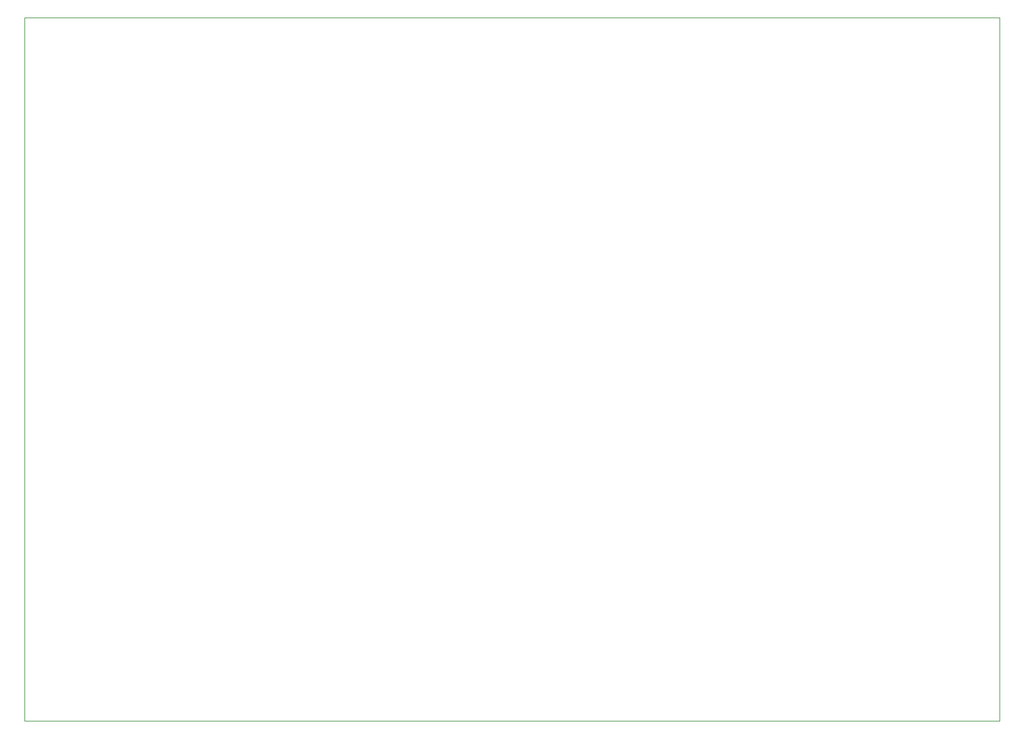
<source format=gbr>
%TF.GenerationSoftware,KiCad,Pcbnew,(6.0.5)*%
%TF.CreationDate,2022-06-18T22:15:24+02:00*%
%TF.ProjectId,clarinoid-devboard,636c6172-696e-46f6-9964-2d646576626f,rev?*%
%TF.SameCoordinates,Original*%
%TF.FileFunction,Profile,NP*%
%FSLAX46Y46*%
G04 Gerber Fmt 4.6, Leading zero omitted, Abs format (unit mm)*
G04 Created by KiCad (PCBNEW (6.0.5)) date 2022-06-18 22:15:24*
%MOMM*%
%LPD*%
G01*
G04 APERTURE LIST*
%TA.AperFunction,Profile*%
%ADD10C,0.100000*%
%TD*%
G04 APERTURE END LIST*
D10*
X86660804Y-25447034D02*
X218160804Y-25447034D01*
X218160804Y-25447034D02*
X218160804Y-120447034D01*
X218160804Y-120447034D02*
X86660804Y-120447034D01*
X86660804Y-120447034D02*
X86660804Y-25447034D01*
M02*

</source>
